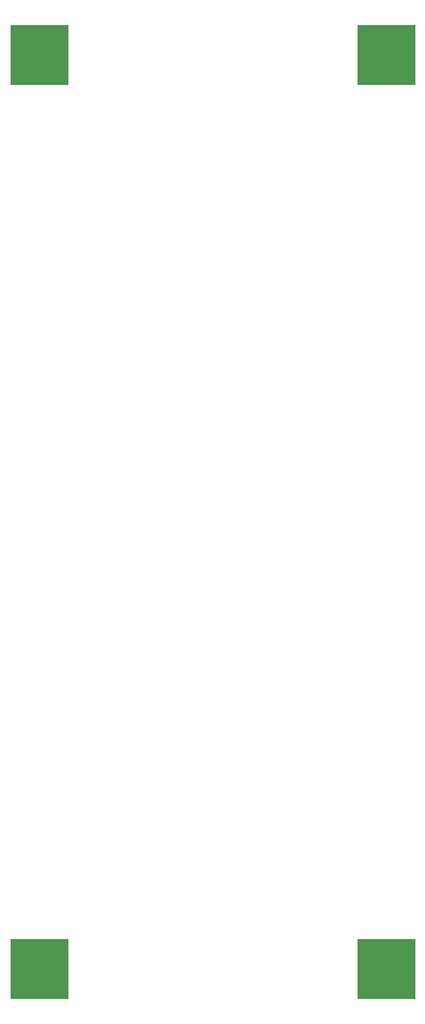
<source format=gbr>
%TF.GenerationSoftware,KiCad,Pcbnew,(6.0.2-0)*%
%TF.CreationDate,2022-03-25T12:04:45+00:00*%
%TF.ProjectId,controller,636f6e74-726f-46c6-9c65-722e6b696361,V1.2*%
%TF.SameCoordinates,Original*%
%TF.FileFunction,Paste,Bot*%
%TF.FilePolarity,Positive*%
%FSLAX46Y46*%
G04 Gerber Fmt 4.6, Leading zero omitted, Abs format (unit mm)*
G04 Created by KiCad (PCBNEW (6.0.2-0)) date 2022-03-25 12:04:45*
%MOMM*%
%LPD*%
G01*
G04 APERTURE LIST*
%ADD10R,5.120000X5.300000*%
G04 APERTURE END LIST*
D10*
%TO.C,BT1*%
X139700000Y-63500000D03*
X139700000Y-143700000D03*
%TD*%
%TO.C,BT2*%
X170180000Y-63535000D03*
X170180000Y-143735000D03*
%TD*%
M02*

</source>
